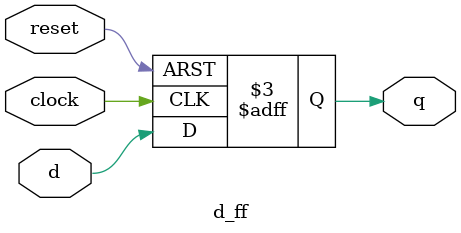
<source format=v>
`timescale 1ns / 1ps

module d_ff(
    input clock,
    input reset,
    input d,
    output reg q
    );
    
    always @(posedge clock or negedge reset) begin
        if(~reset)
            q <= 0;
        else
            q <= d;
    end
    
endmodule

</source>
